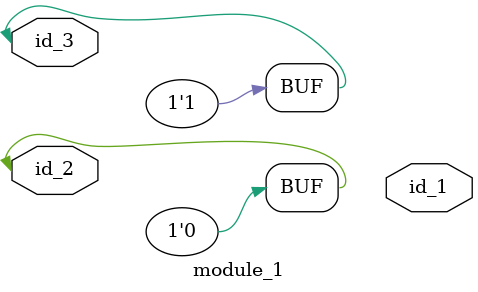
<source format=v>
module module_0 (
    id_1,
    id_2,
    id_3,
    id_4,
    id_5,
    id_6,
    id_7,
    id_8
);
  output wire id_8;
  inout wire id_7;
  input wire id_6;
  output wire id_5;
  inout wire id_4;
  input wire id_3;
  output wire id_2;
  inout wire id_1;
  assign id_5 = id_4;
  assign module_1.id_2 = 0;
endmodule
module module_1 (
    id_1,
    id_2,
    id_3
);
  inout wire id_3;
  inout wire id_2;
  output wire id_1;
  initial id_2 <= id_3 & !id_3;
  not primCall (id_3, id_2);
  module_0 modCall_1 (
      id_3,
      id_3,
      id_3,
      id_3,
      id_3,
      id_3,
      id_3,
      id_3
  );
endmodule

</source>
